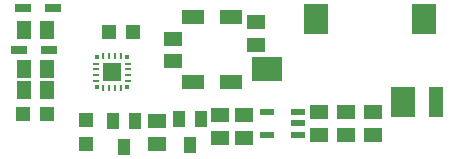
<source format=gbr>
G04 EAGLE Gerber RS-274X export*
G75*
%MOMM*%
%FSLAX34Y34*%
%LPD*%
%INSolderpaste Top*%
%IPPOS*%
%AMOC8*
5,1,8,0,0,1.08239X$1,22.5*%
G01*
%ADD10R,1.600000X1.600000*%
%ADD11R,0.340000X0.340000*%
%ADD12R,0.280000X0.610000*%
%ADD13R,0.610000X0.280000*%
%ADD14R,1.500000X1.300000*%
%ADD15R,1.200000X1.300000*%
%ADD16R,2.000000X2.500000*%
%ADD17R,2.500000X2.000000*%
%ADD18R,1.200000X2.500000*%
%ADD19R,1.000000X1.400000*%
%ADD20R,1.300000X1.200000*%
%ADD21R,1.300000X1.500000*%
%ADD22R,1.350000X0.800000*%
%ADD23R,1.200000X0.550000*%
%ADD24R,1.900000X1.300000*%


D10*
X91440Y109220D03*
D11*
X104090Y121870D03*
X78790Y121870D03*
X78790Y96570D03*
X104090Y96570D03*
D12*
X98940Y122770D03*
X93940Y122770D03*
X88940Y122770D03*
X83940Y122770D03*
D13*
X77890Y116720D03*
X77890Y111720D03*
X77890Y106720D03*
X77890Y101720D03*
D12*
X83940Y95670D03*
X88940Y95670D03*
X93940Y95670D03*
X98940Y95670D03*
D13*
X104990Y101720D03*
X104990Y106720D03*
X104990Y111720D03*
X104990Y116720D03*
D14*
X182880Y54000D03*
X182880Y73000D03*
X289560Y56540D03*
X289560Y75540D03*
X312420Y56540D03*
X312420Y75540D03*
D15*
X88900Y143510D03*
X109220Y143510D03*
D14*
X203200Y54000D03*
X203200Y73000D03*
D16*
X356000Y154380D03*
X264000Y154380D03*
D17*
X223000Y111880D03*
D16*
X338000Y84380D03*
D18*
X366000Y84380D03*
D19*
X157480Y47420D03*
X147980Y69420D03*
X166980Y69420D03*
X101600Y46150D03*
X92100Y68150D03*
X111100Y68150D03*
D20*
X69850Y48260D03*
X69850Y68580D03*
D14*
X129540Y48920D03*
X129540Y67920D03*
D15*
X16510Y73660D03*
X36830Y73660D03*
D21*
X36170Y93980D03*
X17170Y93980D03*
X17170Y111760D03*
X36170Y111760D03*
D22*
X38100Y128270D03*
X12700Y128270D03*
D21*
X36170Y144780D03*
X17170Y144780D03*
D22*
X41910Y163830D03*
X16510Y163830D03*
D14*
X266700Y56540D03*
X266700Y75540D03*
D23*
X249221Y56540D03*
X249221Y66040D03*
X249221Y75540D03*
X223219Y75540D03*
X223219Y56540D03*
D24*
X192530Y100770D03*
X192530Y155770D03*
X160530Y155770D03*
X160530Y100770D03*
D14*
X213360Y151740D03*
X213360Y132740D03*
X143510Y137770D03*
X143510Y118770D03*
M02*

</source>
